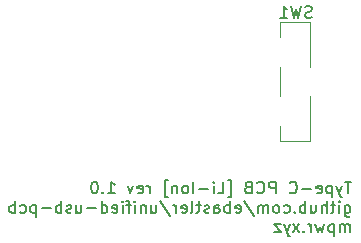
<source format=gbr>
G04 #@! TF.GenerationSoftware,KiCad,Pcbnew,(5.1.5)-3*
G04 #@! TF.CreationDate,2020-04-27T23:25:01+02:00*
G04 #@! TF.ProjectId,unified-usb-pcb_batt,756e6966-6965-4642-9d75-73622d706362,rev?*
G04 #@! TF.SameCoordinates,Original*
G04 #@! TF.FileFunction,Legend,Bot*
G04 #@! TF.FilePolarity,Positive*
%FSLAX46Y46*%
G04 Gerber Fmt 4.6, Leading zero omitted, Abs format (unit mm)*
G04 Created by KiCad (PCBNEW (5.1.5)-3) date 2020-04-27 23:25:01*
%MOMM*%
%LPD*%
G04 APERTURE LIST*
%ADD10C,0.150000*%
%ADD11C,0.120000*%
G04 APERTURE END LIST*
D10*
X45171661Y-42887380D02*
X44600233Y-42887380D01*
X44885947Y-43887380D02*
X44885947Y-42887380D01*
X44362138Y-43220714D02*
X44124042Y-43887380D01*
X43885947Y-43220714D02*
X44124042Y-43887380D01*
X44219280Y-44125476D01*
X44266900Y-44173095D01*
X44362138Y-44220714D01*
X43504995Y-43220714D02*
X43504995Y-44220714D01*
X43504995Y-43268333D02*
X43409757Y-43220714D01*
X43219280Y-43220714D01*
X43124042Y-43268333D01*
X43076423Y-43315952D01*
X43028804Y-43411190D01*
X43028804Y-43696904D01*
X43076423Y-43792142D01*
X43124042Y-43839761D01*
X43219280Y-43887380D01*
X43409757Y-43887380D01*
X43504995Y-43839761D01*
X42219280Y-43839761D02*
X42314519Y-43887380D01*
X42504995Y-43887380D01*
X42600233Y-43839761D01*
X42647852Y-43744523D01*
X42647852Y-43363571D01*
X42600233Y-43268333D01*
X42504995Y-43220714D01*
X42314519Y-43220714D01*
X42219280Y-43268333D01*
X42171661Y-43363571D01*
X42171661Y-43458809D01*
X42647852Y-43554047D01*
X41743090Y-43506428D02*
X40981185Y-43506428D01*
X39933566Y-43792142D02*
X39981185Y-43839761D01*
X40124042Y-43887380D01*
X40219280Y-43887380D01*
X40362138Y-43839761D01*
X40457376Y-43744523D01*
X40504995Y-43649285D01*
X40552614Y-43458809D01*
X40552614Y-43315952D01*
X40504995Y-43125476D01*
X40457376Y-43030238D01*
X40362138Y-42935000D01*
X40219280Y-42887380D01*
X40124042Y-42887380D01*
X39981185Y-42935000D01*
X39933566Y-42982619D01*
X38743090Y-43887380D02*
X38743090Y-42887380D01*
X38362138Y-42887380D01*
X38266900Y-42935000D01*
X38219280Y-42982619D01*
X38171661Y-43077857D01*
X38171661Y-43220714D01*
X38219280Y-43315952D01*
X38266900Y-43363571D01*
X38362138Y-43411190D01*
X38743090Y-43411190D01*
X37171661Y-43792142D02*
X37219280Y-43839761D01*
X37362138Y-43887380D01*
X37457376Y-43887380D01*
X37600233Y-43839761D01*
X37695471Y-43744523D01*
X37743090Y-43649285D01*
X37790709Y-43458809D01*
X37790709Y-43315952D01*
X37743090Y-43125476D01*
X37695471Y-43030238D01*
X37600233Y-42935000D01*
X37457376Y-42887380D01*
X37362138Y-42887380D01*
X37219280Y-42935000D01*
X37171661Y-42982619D01*
X36409757Y-43363571D02*
X36266900Y-43411190D01*
X36219280Y-43458809D01*
X36171661Y-43554047D01*
X36171661Y-43696904D01*
X36219280Y-43792142D01*
X36266900Y-43839761D01*
X36362138Y-43887380D01*
X36743090Y-43887380D01*
X36743090Y-42887380D01*
X36409757Y-42887380D01*
X36314519Y-42935000D01*
X36266900Y-42982619D01*
X36219280Y-43077857D01*
X36219280Y-43173095D01*
X36266900Y-43268333D01*
X36314519Y-43315952D01*
X36409757Y-43363571D01*
X36743090Y-43363571D01*
X34695471Y-44220714D02*
X34933566Y-44220714D01*
X34933566Y-42792142D01*
X34695471Y-42792142D01*
X33838328Y-43887380D02*
X34314519Y-43887380D01*
X34314519Y-42887380D01*
X33504995Y-43887380D02*
X33504995Y-43220714D01*
X33504995Y-42887380D02*
X33552614Y-42935000D01*
X33504995Y-42982619D01*
X33457376Y-42935000D01*
X33504995Y-42887380D01*
X33504995Y-42982619D01*
X33028804Y-43506428D02*
X32266900Y-43506428D01*
X31790709Y-43887380D02*
X31790709Y-42887380D01*
X31171661Y-43887380D02*
X31266900Y-43839761D01*
X31314519Y-43792142D01*
X31362138Y-43696904D01*
X31362138Y-43411190D01*
X31314519Y-43315952D01*
X31266900Y-43268333D01*
X31171661Y-43220714D01*
X31028804Y-43220714D01*
X30933566Y-43268333D01*
X30885947Y-43315952D01*
X30838328Y-43411190D01*
X30838328Y-43696904D01*
X30885947Y-43792142D01*
X30933566Y-43839761D01*
X31028804Y-43887380D01*
X31171661Y-43887380D01*
X30409757Y-43220714D02*
X30409757Y-43887380D01*
X30409757Y-43315952D02*
X30362138Y-43268333D01*
X30266900Y-43220714D01*
X30124042Y-43220714D01*
X30028804Y-43268333D01*
X29981185Y-43363571D01*
X29981185Y-43887380D01*
X29600233Y-44220714D02*
X29362138Y-44220714D01*
X29362138Y-42792142D01*
X29600233Y-42792142D01*
X28076423Y-43887380D02*
X28076423Y-43220714D01*
X28076423Y-43411190D02*
X28028804Y-43315952D01*
X27981185Y-43268333D01*
X27885947Y-43220714D01*
X27790709Y-43220714D01*
X27076423Y-43839761D02*
X27171661Y-43887380D01*
X27362138Y-43887380D01*
X27457376Y-43839761D01*
X27504995Y-43744523D01*
X27504995Y-43363571D01*
X27457376Y-43268333D01*
X27362138Y-43220714D01*
X27171661Y-43220714D01*
X27076423Y-43268333D01*
X27028804Y-43363571D01*
X27028804Y-43458809D01*
X27504995Y-43554047D01*
X26695471Y-43220714D02*
X26457376Y-43887380D01*
X26219280Y-43220714D01*
X24552614Y-43887380D02*
X25124042Y-43887380D01*
X24838328Y-43887380D02*
X24838328Y-42887380D01*
X24933566Y-43030238D01*
X25028804Y-43125476D01*
X25124042Y-43173095D01*
X24124042Y-43792142D02*
X24076423Y-43839761D01*
X24124042Y-43887380D01*
X24171661Y-43839761D01*
X24124042Y-43792142D01*
X24124042Y-43887380D01*
X23457376Y-42887380D02*
X23362138Y-42887380D01*
X23266900Y-42935000D01*
X23219280Y-42982619D01*
X23171661Y-43077857D01*
X23124042Y-43268333D01*
X23124042Y-43506428D01*
X23171661Y-43696904D01*
X23219280Y-43792142D01*
X23266900Y-43839761D01*
X23362138Y-43887380D01*
X23457376Y-43887380D01*
X23552614Y-43839761D01*
X23600233Y-43792142D01*
X23647852Y-43696904D01*
X23695471Y-43506428D01*
X23695471Y-43268333D01*
X23647852Y-43077857D01*
X23600233Y-42982619D01*
X23552614Y-42935000D01*
X23457376Y-42887380D01*
X44600233Y-44870714D02*
X44600233Y-45680238D01*
X44647852Y-45775476D01*
X44695471Y-45823095D01*
X44790709Y-45870714D01*
X44933566Y-45870714D01*
X45028804Y-45823095D01*
X44600233Y-45489761D02*
X44695471Y-45537380D01*
X44885947Y-45537380D01*
X44981185Y-45489761D01*
X45028804Y-45442142D01*
X45076423Y-45346904D01*
X45076423Y-45061190D01*
X45028804Y-44965952D01*
X44981185Y-44918333D01*
X44885947Y-44870714D01*
X44695471Y-44870714D01*
X44600233Y-44918333D01*
X44124042Y-45537380D02*
X44124042Y-44870714D01*
X44124042Y-44537380D02*
X44171661Y-44585000D01*
X44124042Y-44632619D01*
X44076423Y-44585000D01*
X44124042Y-44537380D01*
X44124042Y-44632619D01*
X43790709Y-44870714D02*
X43409757Y-44870714D01*
X43647852Y-44537380D02*
X43647852Y-45394523D01*
X43600233Y-45489761D01*
X43504995Y-45537380D01*
X43409757Y-45537380D01*
X43076423Y-45537380D02*
X43076423Y-44537380D01*
X42647852Y-45537380D02*
X42647852Y-45013571D01*
X42695471Y-44918333D01*
X42790709Y-44870714D01*
X42933566Y-44870714D01*
X43028804Y-44918333D01*
X43076423Y-44965952D01*
X41743090Y-44870714D02*
X41743090Y-45537380D01*
X42171661Y-44870714D02*
X42171661Y-45394523D01*
X42124042Y-45489761D01*
X42028804Y-45537380D01*
X41885947Y-45537380D01*
X41790709Y-45489761D01*
X41743090Y-45442142D01*
X41266900Y-45537380D02*
X41266900Y-44537380D01*
X41266900Y-44918333D02*
X41171661Y-44870714D01*
X40981185Y-44870714D01*
X40885947Y-44918333D01*
X40838328Y-44965952D01*
X40790709Y-45061190D01*
X40790709Y-45346904D01*
X40838328Y-45442142D01*
X40885947Y-45489761D01*
X40981185Y-45537380D01*
X41171661Y-45537380D01*
X41266900Y-45489761D01*
X40362138Y-45442142D02*
X40314519Y-45489761D01*
X40362138Y-45537380D01*
X40409757Y-45489761D01*
X40362138Y-45442142D01*
X40362138Y-45537380D01*
X39457376Y-45489761D02*
X39552614Y-45537380D01*
X39743090Y-45537380D01*
X39838328Y-45489761D01*
X39885947Y-45442142D01*
X39933566Y-45346904D01*
X39933566Y-45061190D01*
X39885947Y-44965952D01*
X39838328Y-44918333D01*
X39743090Y-44870714D01*
X39552614Y-44870714D01*
X39457376Y-44918333D01*
X38885947Y-45537380D02*
X38981185Y-45489761D01*
X39028804Y-45442142D01*
X39076423Y-45346904D01*
X39076423Y-45061190D01*
X39028804Y-44965952D01*
X38981185Y-44918333D01*
X38885947Y-44870714D01*
X38743090Y-44870714D01*
X38647852Y-44918333D01*
X38600233Y-44965952D01*
X38552614Y-45061190D01*
X38552614Y-45346904D01*
X38600233Y-45442142D01*
X38647852Y-45489761D01*
X38743090Y-45537380D01*
X38885947Y-45537380D01*
X38124042Y-45537380D02*
X38124042Y-44870714D01*
X38124042Y-44965952D02*
X38076423Y-44918333D01*
X37981185Y-44870714D01*
X37838328Y-44870714D01*
X37743090Y-44918333D01*
X37695471Y-45013571D01*
X37695471Y-45537380D01*
X37695471Y-45013571D02*
X37647852Y-44918333D01*
X37552614Y-44870714D01*
X37409757Y-44870714D01*
X37314519Y-44918333D01*
X37266900Y-45013571D01*
X37266900Y-45537380D01*
X36076423Y-44489761D02*
X36933566Y-45775476D01*
X35362138Y-45489761D02*
X35457376Y-45537380D01*
X35647852Y-45537380D01*
X35743090Y-45489761D01*
X35790709Y-45394523D01*
X35790709Y-45013571D01*
X35743090Y-44918333D01*
X35647852Y-44870714D01*
X35457376Y-44870714D01*
X35362138Y-44918333D01*
X35314519Y-45013571D01*
X35314519Y-45108809D01*
X35790709Y-45204047D01*
X34885947Y-45537380D02*
X34885947Y-44537380D01*
X34885947Y-44918333D02*
X34790709Y-44870714D01*
X34600233Y-44870714D01*
X34504995Y-44918333D01*
X34457376Y-44965952D01*
X34409757Y-45061190D01*
X34409757Y-45346904D01*
X34457376Y-45442142D01*
X34504995Y-45489761D01*
X34600233Y-45537380D01*
X34790709Y-45537380D01*
X34885947Y-45489761D01*
X33552614Y-45537380D02*
X33552614Y-45013571D01*
X33600233Y-44918333D01*
X33695471Y-44870714D01*
X33885947Y-44870714D01*
X33981185Y-44918333D01*
X33552614Y-45489761D02*
X33647852Y-45537380D01*
X33885947Y-45537380D01*
X33981185Y-45489761D01*
X34028804Y-45394523D01*
X34028804Y-45299285D01*
X33981185Y-45204047D01*
X33885947Y-45156428D01*
X33647852Y-45156428D01*
X33552614Y-45108809D01*
X33124042Y-45489761D02*
X33028804Y-45537380D01*
X32838328Y-45537380D01*
X32743090Y-45489761D01*
X32695471Y-45394523D01*
X32695471Y-45346904D01*
X32743090Y-45251666D01*
X32838328Y-45204047D01*
X32981185Y-45204047D01*
X33076423Y-45156428D01*
X33124042Y-45061190D01*
X33124042Y-45013571D01*
X33076423Y-44918333D01*
X32981185Y-44870714D01*
X32838328Y-44870714D01*
X32743090Y-44918333D01*
X32409757Y-44870714D02*
X32028804Y-44870714D01*
X32266900Y-44537380D02*
X32266900Y-45394523D01*
X32219280Y-45489761D01*
X32124042Y-45537380D01*
X32028804Y-45537380D01*
X31552614Y-45537380D02*
X31647852Y-45489761D01*
X31695471Y-45394523D01*
X31695471Y-44537380D01*
X30790709Y-45489761D02*
X30885947Y-45537380D01*
X31076423Y-45537380D01*
X31171661Y-45489761D01*
X31219280Y-45394523D01*
X31219280Y-45013571D01*
X31171661Y-44918333D01*
X31076423Y-44870714D01*
X30885947Y-44870714D01*
X30790709Y-44918333D01*
X30743090Y-45013571D01*
X30743090Y-45108809D01*
X31219280Y-45204047D01*
X30314519Y-45537380D02*
X30314519Y-44870714D01*
X30314519Y-45061190D02*
X30266900Y-44965952D01*
X30219280Y-44918333D01*
X30124042Y-44870714D01*
X30028804Y-44870714D01*
X28981185Y-44489761D02*
X29838328Y-45775476D01*
X28219280Y-44870714D02*
X28219280Y-45537380D01*
X28647852Y-44870714D02*
X28647852Y-45394523D01*
X28600233Y-45489761D01*
X28504995Y-45537380D01*
X28362138Y-45537380D01*
X28266900Y-45489761D01*
X28219280Y-45442142D01*
X27743090Y-44870714D02*
X27743090Y-45537380D01*
X27743090Y-44965952D02*
X27695471Y-44918333D01*
X27600233Y-44870714D01*
X27457376Y-44870714D01*
X27362138Y-44918333D01*
X27314519Y-45013571D01*
X27314519Y-45537380D01*
X26838328Y-45537380D02*
X26838328Y-44870714D01*
X26838328Y-44537380D02*
X26885947Y-44585000D01*
X26838328Y-44632619D01*
X26790709Y-44585000D01*
X26838328Y-44537380D01*
X26838328Y-44632619D01*
X26504995Y-44870714D02*
X26124042Y-44870714D01*
X26362138Y-45537380D02*
X26362138Y-44680238D01*
X26314519Y-44585000D01*
X26219280Y-44537380D01*
X26124042Y-44537380D01*
X25790709Y-45537380D02*
X25790709Y-44870714D01*
X25790709Y-44537380D02*
X25838328Y-44585000D01*
X25790709Y-44632619D01*
X25743090Y-44585000D01*
X25790709Y-44537380D01*
X25790709Y-44632619D01*
X24933566Y-45489761D02*
X25028804Y-45537380D01*
X25219280Y-45537380D01*
X25314519Y-45489761D01*
X25362138Y-45394523D01*
X25362138Y-45013571D01*
X25314519Y-44918333D01*
X25219280Y-44870714D01*
X25028804Y-44870714D01*
X24933566Y-44918333D01*
X24885947Y-45013571D01*
X24885947Y-45108809D01*
X25362138Y-45204047D01*
X24028804Y-45537380D02*
X24028804Y-44537380D01*
X24028804Y-45489761D02*
X24124042Y-45537380D01*
X24314519Y-45537380D01*
X24409757Y-45489761D01*
X24457376Y-45442142D01*
X24504995Y-45346904D01*
X24504995Y-45061190D01*
X24457376Y-44965952D01*
X24409757Y-44918333D01*
X24314519Y-44870714D01*
X24124042Y-44870714D01*
X24028804Y-44918333D01*
X23552614Y-45156428D02*
X22790709Y-45156428D01*
X21885947Y-44870714D02*
X21885947Y-45537380D01*
X22314519Y-44870714D02*
X22314519Y-45394523D01*
X22266900Y-45489761D01*
X22171661Y-45537380D01*
X22028804Y-45537380D01*
X21933566Y-45489761D01*
X21885947Y-45442142D01*
X21457376Y-45489761D02*
X21362138Y-45537380D01*
X21171661Y-45537380D01*
X21076423Y-45489761D01*
X21028804Y-45394523D01*
X21028804Y-45346904D01*
X21076423Y-45251666D01*
X21171661Y-45204047D01*
X21314519Y-45204047D01*
X21409757Y-45156428D01*
X21457376Y-45061190D01*
X21457376Y-45013571D01*
X21409757Y-44918333D01*
X21314519Y-44870714D01*
X21171661Y-44870714D01*
X21076423Y-44918333D01*
X20600233Y-45537380D02*
X20600233Y-44537380D01*
X20600233Y-44918333D02*
X20504995Y-44870714D01*
X20314519Y-44870714D01*
X20219280Y-44918333D01*
X20171661Y-44965952D01*
X20124042Y-45061190D01*
X20124042Y-45346904D01*
X20171661Y-45442142D01*
X20219280Y-45489761D01*
X20314519Y-45537380D01*
X20504995Y-45537380D01*
X20600233Y-45489761D01*
X19695471Y-45156428D02*
X18933566Y-45156428D01*
X18457376Y-44870714D02*
X18457376Y-45870714D01*
X18457376Y-44918333D02*
X18362138Y-44870714D01*
X18171661Y-44870714D01*
X18076423Y-44918333D01*
X18028804Y-44965952D01*
X17981185Y-45061190D01*
X17981185Y-45346904D01*
X18028804Y-45442142D01*
X18076423Y-45489761D01*
X18171661Y-45537380D01*
X18362138Y-45537380D01*
X18457376Y-45489761D01*
X17124042Y-45489761D02*
X17219280Y-45537380D01*
X17409757Y-45537380D01*
X17504995Y-45489761D01*
X17552614Y-45442142D01*
X17600233Y-45346904D01*
X17600233Y-45061190D01*
X17552614Y-44965952D01*
X17504995Y-44918333D01*
X17409757Y-44870714D01*
X17219280Y-44870714D01*
X17124042Y-44918333D01*
X16695471Y-45537380D02*
X16695471Y-44537380D01*
X16695471Y-44918333D02*
X16600233Y-44870714D01*
X16409757Y-44870714D01*
X16314519Y-44918333D01*
X16266900Y-44965952D01*
X16219280Y-45061190D01*
X16219280Y-45346904D01*
X16266900Y-45442142D01*
X16314519Y-45489761D01*
X16409757Y-45537380D01*
X16600233Y-45537380D01*
X16695471Y-45489761D01*
X45028804Y-47187380D02*
X45028804Y-46520714D01*
X45028804Y-46615952D02*
X44981185Y-46568333D01*
X44885947Y-46520714D01*
X44743090Y-46520714D01*
X44647852Y-46568333D01*
X44600233Y-46663571D01*
X44600233Y-47187380D01*
X44600233Y-46663571D02*
X44552614Y-46568333D01*
X44457376Y-46520714D01*
X44314519Y-46520714D01*
X44219280Y-46568333D01*
X44171661Y-46663571D01*
X44171661Y-47187380D01*
X43695471Y-46520714D02*
X43695471Y-47520714D01*
X43695471Y-46568333D02*
X43600233Y-46520714D01*
X43409757Y-46520714D01*
X43314519Y-46568333D01*
X43266900Y-46615952D01*
X43219280Y-46711190D01*
X43219280Y-46996904D01*
X43266900Y-47092142D01*
X43314519Y-47139761D01*
X43409757Y-47187380D01*
X43600233Y-47187380D01*
X43695471Y-47139761D01*
X42885947Y-46520714D02*
X42695471Y-47187380D01*
X42504995Y-46711190D01*
X42314519Y-47187380D01*
X42124042Y-46520714D01*
X41743090Y-47187380D02*
X41743090Y-46520714D01*
X41743090Y-46711190D02*
X41695471Y-46615952D01*
X41647852Y-46568333D01*
X41552614Y-46520714D01*
X41457376Y-46520714D01*
X41124042Y-47092142D02*
X41076423Y-47139761D01*
X41124042Y-47187380D01*
X41171661Y-47139761D01*
X41124042Y-47092142D01*
X41124042Y-47187380D01*
X40743090Y-47187380D02*
X40219280Y-46520714D01*
X40743090Y-46520714D02*
X40219280Y-47187380D01*
X39933566Y-46520714D02*
X39695471Y-47187380D01*
X39457376Y-46520714D02*
X39695471Y-47187380D01*
X39790709Y-47425476D01*
X39838328Y-47473095D01*
X39933566Y-47520714D01*
X39171661Y-46520714D02*
X38647852Y-46520714D01*
X39171661Y-47187380D01*
X38647852Y-47187380D01*
D11*
X41661400Y-33167000D02*
X41661400Y-30667000D01*
X41661400Y-38167000D02*
X41661400Y-35667000D01*
X39161400Y-33167000D02*
X39161400Y-35667000D01*
X39161400Y-29417000D02*
X39161400Y-30667000D01*
X41661400Y-29417000D02*
X41661400Y-30667000D01*
X39161400Y-39417000D02*
X39161400Y-38167000D01*
X41661400Y-39417000D02*
X41661400Y-38167000D01*
X39161400Y-39417000D02*
X41661400Y-39417000D01*
X41661400Y-29417000D02*
X39161400Y-29417000D01*
X40411400Y-29417000D02*
X41661400Y-29417000D01*
D10*
X41808233Y-28979761D02*
X41665376Y-29027380D01*
X41427280Y-29027380D01*
X41332042Y-28979761D01*
X41284423Y-28932142D01*
X41236804Y-28836904D01*
X41236804Y-28741666D01*
X41284423Y-28646428D01*
X41332042Y-28598809D01*
X41427280Y-28551190D01*
X41617757Y-28503571D01*
X41712995Y-28455952D01*
X41760614Y-28408333D01*
X41808233Y-28313095D01*
X41808233Y-28217857D01*
X41760614Y-28122619D01*
X41712995Y-28075000D01*
X41617757Y-28027380D01*
X41379661Y-28027380D01*
X41236804Y-28075000D01*
X40903471Y-28027380D02*
X40665376Y-29027380D01*
X40474900Y-28313095D01*
X40284423Y-29027380D01*
X40046328Y-28027380D01*
X39141566Y-29027380D02*
X39712995Y-29027380D01*
X39427280Y-29027380D02*
X39427280Y-28027380D01*
X39522519Y-28170238D01*
X39617757Y-28265476D01*
X39712995Y-28313095D01*
M02*

</source>
